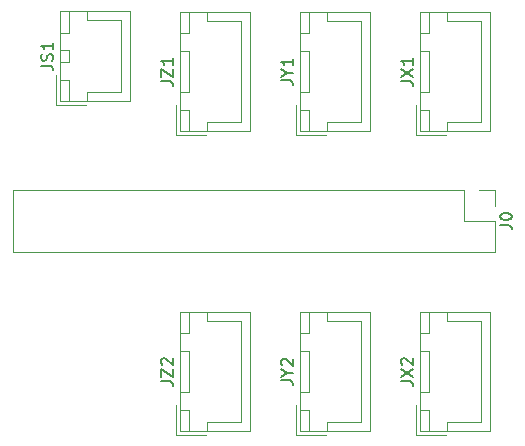
<source format=gbr>
G04 #@! TF.FileFunction,Legend,Top*
%FSLAX46Y46*%
G04 Gerber Fmt 4.6, Leading zero omitted, Abs format (unit mm)*
G04 Created by KiCad (PCBNEW 4.0.6-e0-6349~52~ubuntu16.10.1) date Mon Jun 19 20:29:13 2017*
%MOMM*%
%LPD*%
G01*
G04 APERTURE LIST*
%ADD10C,0.100000*%
%ADD11C,0.120000*%
%ADD12C,0.150000*%
G04 APERTURE END LIST*
D10*
D11*
X34380000Y29200000D02*
X40330000Y29200000D01*
X40330000Y29200000D02*
X40330000Y39300000D01*
X40330000Y39300000D02*
X34380000Y39300000D01*
X34380000Y39300000D02*
X34380000Y29200000D01*
X34380000Y32500000D02*
X35130000Y32500000D01*
X35130000Y32500000D02*
X35130000Y36000000D01*
X35130000Y36000000D02*
X34380000Y36000000D01*
X34380000Y36000000D02*
X34380000Y32500000D01*
X34380000Y29200000D02*
X35130000Y29200000D01*
X35130000Y29200000D02*
X35130000Y31000000D01*
X35130000Y31000000D02*
X34380000Y31000000D01*
X34380000Y31000000D02*
X34380000Y29200000D01*
X34380000Y37500000D02*
X35130000Y37500000D01*
X35130000Y37500000D02*
X35130000Y39300000D01*
X35130000Y39300000D02*
X34380000Y39300000D01*
X34380000Y39300000D02*
X34380000Y37500000D01*
X36630000Y29200000D02*
X36630000Y29950000D01*
X36630000Y29950000D02*
X39580000Y29950000D01*
X39580000Y29950000D02*
X39580000Y34250000D01*
X36630000Y39300000D02*
X36630000Y38550000D01*
X36630000Y38550000D02*
X39580000Y38550000D01*
X39580000Y38550000D02*
X39580000Y34250000D01*
X34080000Y31400000D02*
X34080000Y28900000D01*
X34080000Y28900000D02*
X36580000Y28900000D01*
X48260000Y24190000D02*
X10100000Y24190000D01*
X10100000Y24190000D02*
X10100000Y18990000D01*
X10100000Y18990000D02*
X50860000Y18990000D01*
X50860000Y18990000D02*
X50860000Y21590000D01*
X50860000Y21590000D02*
X48260000Y21590000D01*
X48260000Y21590000D02*
X48260000Y24190000D01*
X49530000Y24190000D02*
X50860000Y24190000D01*
X50860000Y24190000D02*
X50860000Y22860000D01*
X14060000Y31740000D02*
X20010000Y31740000D01*
X20010000Y31740000D02*
X20010000Y39340000D01*
X20010000Y39340000D02*
X14060000Y39340000D01*
X14060000Y39340000D02*
X14060000Y31740000D01*
X14060000Y35040000D02*
X14810000Y35040000D01*
X14810000Y35040000D02*
X14810000Y36040000D01*
X14810000Y36040000D02*
X14060000Y36040000D01*
X14060000Y36040000D02*
X14060000Y35040000D01*
X14060000Y31740000D02*
X14810000Y31740000D01*
X14810000Y31740000D02*
X14810000Y33540000D01*
X14810000Y33540000D02*
X14060000Y33540000D01*
X14060000Y33540000D02*
X14060000Y31740000D01*
X14060000Y37540000D02*
X14810000Y37540000D01*
X14810000Y37540000D02*
X14810000Y39340000D01*
X14810000Y39340000D02*
X14060000Y39340000D01*
X14060000Y39340000D02*
X14060000Y37540000D01*
X16310000Y31740000D02*
X16310000Y32490000D01*
X16310000Y32490000D02*
X19260000Y32490000D01*
X19260000Y32490000D02*
X19260000Y35540000D01*
X16310000Y39340000D02*
X16310000Y38590000D01*
X16310000Y38590000D02*
X19260000Y38590000D01*
X19260000Y38590000D02*
X19260000Y35540000D01*
X13760000Y33940000D02*
X13760000Y31440000D01*
X13760000Y31440000D02*
X16260000Y31440000D01*
X44540000Y29200000D02*
X50490000Y29200000D01*
X50490000Y29200000D02*
X50490000Y39300000D01*
X50490000Y39300000D02*
X44540000Y39300000D01*
X44540000Y39300000D02*
X44540000Y29200000D01*
X44540000Y32500000D02*
X45290000Y32500000D01*
X45290000Y32500000D02*
X45290000Y36000000D01*
X45290000Y36000000D02*
X44540000Y36000000D01*
X44540000Y36000000D02*
X44540000Y32500000D01*
X44540000Y29200000D02*
X45290000Y29200000D01*
X45290000Y29200000D02*
X45290000Y31000000D01*
X45290000Y31000000D02*
X44540000Y31000000D01*
X44540000Y31000000D02*
X44540000Y29200000D01*
X44540000Y37500000D02*
X45290000Y37500000D01*
X45290000Y37500000D02*
X45290000Y39300000D01*
X45290000Y39300000D02*
X44540000Y39300000D01*
X44540000Y39300000D02*
X44540000Y37500000D01*
X46790000Y29200000D02*
X46790000Y29950000D01*
X46790000Y29950000D02*
X49740000Y29950000D01*
X49740000Y29950000D02*
X49740000Y34250000D01*
X46790000Y39300000D02*
X46790000Y38550000D01*
X46790000Y38550000D02*
X49740000Y38550000D01*
X49740000Y38550000D02*
X49740000Y34250000D01*
X44240000Y31400000D02*
X44240000Y28900000D01*
X44240000Y28900000D02*
X46740000Y28900000D01*
X44540000Y3800000D02*
X50490000Y3800000D01*
X50490000Y3800000D02*
X50490000Y13900000D01*
X50490000Y13900000D02*
X44540000Y13900000D01*
X44540000Y13900000D02*
X44540000Y3800000D01*
X44540000Y7100000D02*
X45290000Y7100000D01*
X45290000Y7100000D02*
X45290000Y10600000D01*
X45290000Y10600000D02*
X44540000Y10600000D01*
X44540000Y10600000D02*
X44540000Y7100000D01*
X44540000Y3800000D02*
X45290000Y3800000D01*
X45290000Y3800000D02*
X45290000Y5600000D01*
X45290000Y5600000D02*
X44540000Y5600000D01*
X44540000Y5600000D02*
X44540000Y3800000D01*
X44540000Y12100000D02*
X45290000Y12100000D01*
X45290000Y12100000D02*
X45290000Y13900000D01*
X45290000Y13900000D02*
X44540000Y13900000D01*
X44540000Y13900000D02*
X44540000Y12100000D01*
X46790000Y3800000D02*
X46790000Y4550000D01*
X46790000Y4550000D02*
X49740000Y4550000D01*
X49740000Y4550000D02*
X49740000Y8850000D01*
X46790000Y13900000D02*
X46790000Y13150000D01*
X46790000Y13150000D02*
X49740000Y13150000D01*
X49740000Y13150000D02*
X49740000Y8850000D01*
X44240000Y6000000D02*
X44240000Y3500000D01*
X44240000Y3500000D02*
X46740000Y3500000D01*
X34380000Y3800000D02*
X40330000Y3800000D01*
X40330000Y3800000D02*
X40330000Y13900000D01*
X40330000Y13900000D02*
X34380000Y13900000D01*
X34380000Y13900000D02*
X34380000Y3800000D01*
X34380000Y7100000D02*
X35130000Y7100000D01*
X35130000Y7100000D02*
X35130000Y10600000D01*
X35130000Y10600000D02*
X34380000Y10600000D01*
X34380000Y10600000D02*
X34380000Y7100000D01*
X34380000Y3800000D02*
X35130000Y3800000D01*
X35130000Y3800000D02*
X35130000Y5600000D01*
X35130000Y5600000D02*
X34380000Y5600000D01*
X34380000Y5600000D02*
X34380000Y3800000D01*
X34380000Y12100000D02*
X35130000Y12100000D01*
X35130000Y12100000D02*
X35130000Y13900000D01*
X35130000Y13900000D02*
X34380000Y13900000D01*
X34380000Y13900000D02*
X34380000Y12100000D01*
X36630000Y3800000D02*
X36630000Y4550000D01*
X36630000Y4550000D02*
X39580000Y4550000D01*
X39580000Y4550000D02*
X39580000Y8850000D01*
X36630000Y13900000D02*
X36630000Y13150000D01*
X36630000Y13150000D02*
X39580000Y13150000D01*
X39580000Y13150000D02*
X39580000Y8850000D01*
X34080000Y6000000D02*
X34080000Y3500000D01*
X34080000Y3500000D02*
X36580000Y3500000D01*
X24220000Y29200000D02*
X30170000Y29200000D01*
X30170000Y29200000D02*
X30170000Y39300000D01*
X30170000Y39300000D02*
X24220000Y39300000D01*
X24220000Y39300000D02*
X24220000Y29200000D01*
X24220000Y32500000D02*
X24970000Y32500000D01*
X24970000Y32500000D02*
X24970000Y36000000D01*
X24970000Y36000000D02*
X24220000Y36000000D01*
X24220000Y36000000D02*
X24220000Y32500000D01*
X24220000Y29200000D02*
X24970000Y29200000D01*
X24970000Y29200000D02*
X24970000Y31000000D01*
X24970000Y31000000D02*
X24220000Y31000000D01*
X24220000Y31000000D02*
X24220000Y29200000D01*
X24220000Y37500000D02*
X24970000Y37500000D01*
X24970000Y37500000D02*
X24970000Y39300000D01*
X24970000Y39300000D02*
X24220000Y39300000D01*
X24220000Y39300000D02*
X24220000Y37500000D01*
X26470000Y29200000D02*
X26470000Y29950000D01*
X26470000Y29950000D02*
X29420000Y29950000D01*
X29420000Y29950000D02*
X29420000Y34250000D01*
X26470000Y39300000D02*
X26470000Y38550000D01*
X26470000Y38550000D02*
X29420000Y38550000D01*
X29420000Y38550000D02*
X29420000Y34250000D01*
X23920000Y31400000D02*
X23920000Y28900000D01*
X23920000Y28900000D02*
X26420000Y28900000D01*
X24220000Y3800000D02*
X30170000Y3800000D01*
X30170000Y3800000D02*
X30170000Y13900000D01*
X30170000Y13900000D02*
X24220000Y13900000D01*
X24220000Y13900000D02*
X24220000Y3800000D01*
X24220000Y7100000D02*
X24970000Y7100000D01*
X24970000Y7100000D02*
X24970000Y10600000D01*
X24970000Y10600000D02*
X24220000Y10600000D01*
X24220000Y10600000D02*
X24220000Y7100000D01*
X24220000Y3800000D02*
X24970000Y3800000D01*
X24970000Y3800000D02*
X24970000Y5600000D01*
X24970000Y5600000D02*
X24220000Y5600000D01*
X24220000Y5600000D02*
X24220000Y3800000D01*
X24220000Y12100000D02*
X24970000Y12100000D01*
X24970000Y12100000D02*
X24970000Y13900000D01*
X24970000Y13900000D02*
X24220000Y13900000D01*
X24220000Y13900000D02*
X24220000Y12100000D01*
X26470000Y3800000D02*
X26470000Y4550000D01*
X26470000Y4550000D02*
X29420000Y4550000D01*
X29420000Y4550000D02*
X29420000Y8850000D01*
X26470000Y13900000D02*
X26470000Y13150000D01*
X26470000Y13150000D02*
X29420000Y13150000D01*
X29420000Y13150000D02*
X29420000Y8850000D01*
X23920000Y6000000D02*
X23920000Y3500000D01*
X23920000Y3500000D02*
X26420000Y3500000D01*
D12*
X32782381Y33488096D02*
X33496667Y33488096D01*
X33639524Y33440476D01*
X33734762Y33345238D01*
X33782381Y33202381D01*
X33782381Y33107143D01*
X33306190Y34154762D02*
X33782381Y34154762D01*
X32782381Y33821429D02*
X33306190Y34154762D01*
X32782381Y34488096D01*
X33782381Y35345239D02*
X33782381Y34773810D01*
X33782381Y35059524D02*
X32782381Y35059524D01*
X32925238Y34964286D01*
X33020476Y34869048D01*
X33068095Y34773810D01*
X51312381Y21256667D02*
X52026667Y21256667D01*
X52169524Y21209047D01*
X52264762Y21113809D01*
X52312381Y20970952D01*
X52312381Y20875714D01*
X51312381Y21923333D02*
X51312381Y22018572D01*
X51360000Y22113810D01*
X51407619Y22161429D01*
X51502857Y22209048D01*
X51693333Y22256667D01*
X51931429Y22256667D01*
X52121905Y22209048D01*
X52217143Y22161429D01*
X52264762Y22113810D01*
X52312381Y22018572D01*
X52312381Y21923333D01*
X52264762Y21828095D01*
X52217143Y21780476D01*
X52121905Y21732857D01*
X51931429Y21685238D01*
X51693333Y21685238D01*
X51502857Y21732857D01*
X51407619Y21780476D01*
X51360000Y21828095D01*
X51312381Y21923333D01*
X12462381Y34730477D02*
X13176667Y34730477D01*
X13319524Y34682857D01*
X13414762Y34587619D01*
X13462381Y34444762D01*
X13462381Y34349524D01*
X13414762Y35159048D02*
X13462381Y35301905D01*
X13462381Y35540001D01*
X13414762Y35635239D01*
X13367143Y35682858D01*
X13271905Y35730477D01*
X13176667Y35730477D01*
X13081429Y35682858D01*
X13033810Y35635239D01*
X12986190Y35540001D01*
X12938571Y35349524D01*
X12890952Y35254286D01*
X12843333Y35206667D01*
X12748095Y35159048D01*
X12652857Y35159048D01*
X12557619Y35206667D01*
X12510000Y35254286D01*
X12462381Y35349524D01*
X12462381Y35587620D01*
X12510000Y35730477D01*
X13462381Y36682858D02*
X13462381Y36111429D01*
X13462381Y36397143D02*
X12462381Y36397143D01*
X12605238Y36301905D01*
X12700476Y36206667D01*
X12748095Y36111429D01*
X42942381Y33440477D02*
X43656667Y33440477D01*
X43799524Y33392857D01*
X43894762Y33297619D01*
X43942381Y33154762D01*
X43942381Y33059524D01*
X42942381Y33821429D02*
X43942381Y34488096D01*
X42942381Y34488096D02*
X43942381Y33821429D01*
X43942381Y35392858D02*
X43942381Y34821429D01*
X43942381Y35107143D02*
X42942381Y35107143D01*
X43085238Y35011905D01*
X43180476Y34916667D01*
X43228095Y34821429D01*
X42942381Y8040477D02*
X43656667Y8040477D01*
X43799524Y7992857D01*
X43894762Y7897619D01*
X43942381Y7754762D01*
X43942381Y7659524D01*
X42942381Y8421429D02*
X43942381Y9088096D01*
X42942381Y9088096D02*
X43942381Y8421429D01*
X43037619Y9421429D02*
X42990000Y9469048D01*
X42942381Y9564286D01*
X42942381Y9802382D01*
X42990000Y9897620D01*
X43037619Y9945239D01*
X43132857Y9992858D01*
X43228095Y9992858D01*
X43370952Y9945239D01*
X43942381Y9373810D01*
X43942381Y9992858D01*
X32782381Y8088096D02*
X33496667Y8088096D01*
X33639524Y8040476D01*
X33734762Y7945238D01*
X33782381Y7802381D01*
X33782381Y7707143D01*
X33306190Y8754762D02*
X33782381Y8754762D01*
X32782381Y8421429D02*
X33306190Y8754762D01*
X32782381Y9088096D01*
X32877619Y9373810D02*
X32830000Y9421429D01*
X32782381Y9516667D01*
X32782381Y9754763D01*
X32830000Y9850001D01*
X32877619Y9897620D01*
X32972857Y9945239D01*
X33068095Y9945239D01*
X33210952Y9897620D01*
X33782381Y9326191D01*
X33782381Y9945239D01*
X22622381Y33440477D02*
X23336667Y33440477D01*
X23479524Y33392857D01*
X23574762Y33297619D01*
X23622381Y33154762D01*
X23622381Y33059524D01*
X22622381Y33821429D02*
X22622381Y34488096D01*
X23622381Y33821429D01*
X23622381Y34488096D01*
X23622381Y35392858D02*
X23622381Y34821429D01*
X23622381Y35107143D02*
X22622381Y35107143D01*
X22765238Y35011905D01*
X22860476Y34916667D01*
X22908095Y34821429D01*
X22622381Y8040477D02*
X23336667Y8040477D01*
X23479524Y7992857D01*
X23574762Y7897619D01*
X23622381Y7754762D01*
X23622381Y7659524D01*
X22622381Y8421429D02*
X22622381Y9088096D01*
X23622381Y8421429D01*
X23622381Y9088096D01*
X22717619Y9421429D02*
X22670000Y9469048D01*
X22622381Y9564286D01*
X22622381Y9802382D01*
X22670000Y9897620D01*
X22717619Y9945239D01*
X22812857Y9992858D01*
X22908095Y9992858D01*
X23050952Y9945239D01*
X23622381Y9373810D01*
X23622381Y9992858D01*
M02*

</source>
